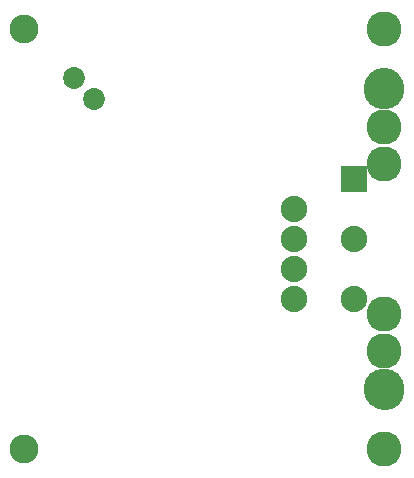
<source format=gbs>
G04 MADE WITH FRITZING*
G04 WWW.FRITZING.ORG*
G04 DOUBLE SIDED*
G04 HOLES PLATED*
G04 CONTOUR ON CENTER OF CONTOUR VECTOR*
%ASAXBY*%
%FSLAX23Y23*%
%MOIN*%
%OFA0B0*%
%SFA1.0B1.0*%
%ADD10C,0.135984*%
%ADD11C,0.088000*%
%ADD12C,0.117087*%
%ADD13C,0.128110*%
%ADD14C,0.072992*%
%ADD15C,0.096614*%
%ADD16R,0.088000X0.088000*%
%ADD17C,0.025748*%
%LNMASK0*%
G90*
G70*
G54D10*
X1399Y410D03*
G54D11*
X1099Y1010D03*
X1099Y910D03*
X1099Y810D03*
X1099Y710D03*
X1099Y1010D03*
X1099Y910D03*
X1099Y810D03*
X1099Y710D03*
G54D12*
X1399Y1161D03*
X1399Y1283D03*
X1399Y1610D03*
G54D13*
X1399Y1416D03*
G54D11*
X1299Y1110D03*
X1299Y910D03*
X1299Y710D03*
G54D14*
X363Y1447D03*
X432Y1377D03*
G54D10*
X1399Y1410D03*
G54D12*
X1399Y659D03*
X1399Y537D03*
X1399Y210D03*
G54D13*
X1400Y404D03*
G54D15*
X199Y1610D03*
X199Y210D03*
G54D16*
X1299Y1110D03*
G54D17*
G36*
X363Y1413D02*
X329Y1447D01*
X363Y1480D01*
X396Y1447D01*
X363Y1413D01*
G37*
D02*
G04 End of Mask0*
M02*
</source>
